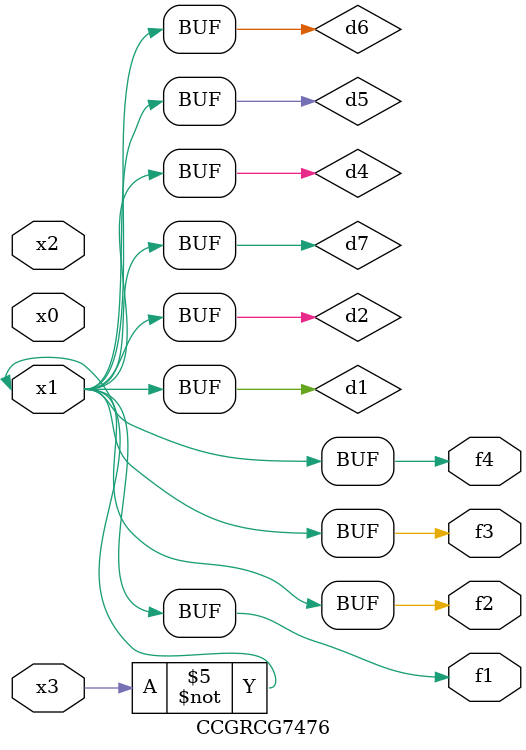
<source format=v>
module CCGRCG7476(
	input x0, x1, x2, x3,
	output f1, f2, f3, f4
);

	wire d1, d2, d3, d4, d5, d6, d7;

	not (d1, x3);
	buf (d2, x1);
	xnor (d3, d1, d2);
	nor (d4, d1);
	buf (d5, d1, d2);
	buf (d6, d4, d5);
	nand (d7, d4);
	assign f1 = d6;
	assign f2 = d7;
	assign f3 = d6;
	assign f4 = d6;
endmodule

</source>
